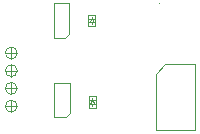
<source format=gbr>
%TF.GenerationSoftware,KiCad,Pcbnew,9.0.6-9.0.6~ubuntu22.04.1*%
%TF.CreationDate,2026-01-23T17:02:29+00:00*%
%TF.ProjectId,vm_i2c_pulse_oximeter,766d5f69-3263-45f7-9075-6c73655f6f78,0.1*%
%TF.SameCoordinates,PX577fe70PY4b1a130*%
%TF.FileFunction,AssemblyDrawing,Top*%
%FSLAX45Y45*%
G04 Gerber Fmt 4.5, Leading zero omitted, Abs format (unit mm)*
G04 Created by KiCad (PCBNEW 9.0.6-9.0.6~ubuntu22.04.1) date 2026-01-23 17:02:29*
%MOMM*%
%LPD*%
G01*
G04 APERTURE LIST*
%ADD10C,0.100000*%
%ADD11C,0.060000*%
G04 APERTURE END LIST*
D10*
%TO.C,GS4*%
X-1050000Y-100000D02*
X-950000Y-100000D01*
X-1000000Y-50000D02*
X-1000000Y-150000D01*
X-950000Y-100000D02*
G75*
G02*
X-1050000Y-100000I-50000J0D01*
G01*
X-1050000Y-100000D02*
G75*
G02*
X-950000Y-100000I50000J0D01*
G01*
D11*
%TO.C,U2*%
X259250Y620000D02*
G75*
G02*
X253250Y620000I-3000J0D01*
G01*
X253250Y620000D02*
G75*
G02*
X259250Y620000I3000J0D01*
G01*
D10*
%TO.C,Q2*%
X-505000Y-312500D02*
X-537500Y-345000D01*
X-635000Y-345000D01*
X-635000Y-55000D01*
X-505000Y-55000D01*
X-505000Y-312500D01*
%TO.C,Q1*%
X-510000Y362500D02*
X-542500Y330000D01*
X-640000Y330000D01*
X-640000Y620000D01*
X-510000Y620000D01*
X-510000Y362500D01*
%TO.C,GS2*%
X-1050000Y50000D02*
X-950000Y50000D01*
X-1000000Y100000D02*
X-1000000Y0D01*
X-950000Y50000D02*
G75*
G02*
X-1050000Y50000I-50000J0D01*
G01*
X-1050000Y50000D02*
G75*
G02*
X-950000Y50000I50000J0D01*
G01*
%TO.C,U1*%
X222500Y26000D02*
X302500Y106000D01*
X222500Y-454000D02*
X222500Y26000D01*
X222500Y-454000D02*
X552500Y-454000D01*
X302500Y106000D02*
X552500Y106000D01*
X552500Y-454000D02*
X552500Y106000D01*
%TO.C,D2*%
X-343750Y-165000D02*
X-283750Y-165000D01*
X-343750Y-265000D02*
X-343750Y-165000D01*
X-333750Y-200000D02*
X-293750Y-200000D01*
X-333750Y-230000D02*
X-293750Y-230000D01*
X-313750Y-200000D02*
X-333750Y-230000D01*
X-313750Y-200000D02*
X-313750Y-185000D01*
X-313750Y-230000D02*
X-313750Y-245000D01*
X-293750Y-230000D02*
X-313750Y-200000D01*
X-283750Y-165000D02*
X-283750Y-265000D01*
X-283750Y-265000D02*
X-343750Y-265000D01*
%TO.C,GS3*%
X-1050000Y200000D02*
X-950000Y200000D01*
X-1000000Y250000D02*
X-1000000Y150000D01*
X-950000Y200000D02*
G75*
G02*
X-1050000Y200000I-50000J0D01*
G01*
X-1050000Y200000D02*
G75*
G02*
X-950000Y200000I50000J0D01*
G01*
%TO.C,D1*%
X-348750Y525000D02*
X-288750Y525000D01*
X-348750Y425000D02*
X-348750Y525000D01*
X-338750Y490000D02*
X-298750Y490000D01*
X-338750Y460000D02*
X-298750Y460000D01*
X-318750Y490000D02*
X-338750Y460000D01*
X-318750Y490000D02*
X-318750Y505000D01*
X-318750Y460000D02*
X-318750Y445000D01*
X-298750Y460000D02*
X-318750Y490000D01*
X-288750Y525000D02*
X-288750Y425000D01*
X-288750Y425000D02*
X-348750Y425000D01*
%TO.C,GS1*%
X-1050000Y-250000D02*
X-950000Y-250000D01*
X-1000000Y-200000D02*
X-1000000Y-300000D01*
X-950000Y-250000D02*
G75*
G02*
X-1050000Y-250000I-50000J0D01*
G01*
X-1050000Y-250000D02*
G75*
G02*
X-950000Y-250000I50000J0D01*
G01*
%TD*%
M02*

</source>
